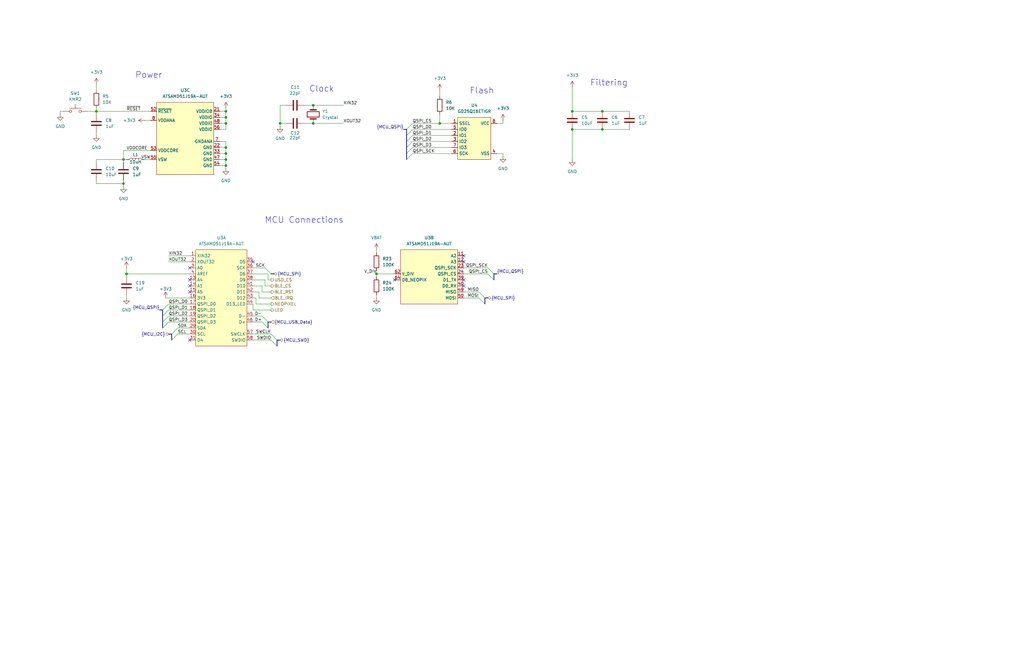
<source format=kicad_sch>
(kicad_sch (version 20231120) (generator "eeschema") (generator_version "8.0")
  (paper "B")
  (title_block (title "Christmas Ornament") (rev "0.1") (company "Ammar Ratnani <aratnani@stanford.edu>") (comment 1 "Stanford, CA 94305-9505") (comment 2 "350 Jane Stanford Way") (comment 3 "Electrical Engineering Department") (comment 4 "EE 156 / Stanford University"))
  (lib_symbols
    (symbol "ATSAMD51J19A-AUT_1"
      (property "Reference" "U" (at 0 20.574 0))
      (property "Value" "ATSAMD51J19A-AUT" (at 0 22.86 0))
      (symbol "ATSAMD51J19A-AUT_1_1_0"
        (pin bidirectional line (at -13.97 16.51 0) (length 2.54) (name "XIN32") (number "1"))
        (pin bidirectional line (at -13.97 6.35 0) (length 2.54) (name "A4") (number "13"))
        (pin bidirectional line (at -13.97 3.81 0) (length 2.54) (name "A1") (number "14"))
        (pin bidirectional line (at -13.97 1.27 0) (length 2.54) (name "A5") (number "15"))
        (pin input line (at -13.97 -1.27 0) (length 2.54) (name "3V3") (number "16"))
        (pin bidirectional line (at -13.97 -3.81 0) (length 2.54) (name "QSPI_D0") (number "17"))
        (pin bidirectional line (at -13.97 -6.35 0) (length 2.54) (name "QSPI_D1") (number "18"))
        (pin bidirectional line (at -13.97 -8.89 0) (length 2.54) (name "QSPI_D2") (number "19"))
        (pin bidirectional line (at -13.97 13.97 0) (length 2.54) (name "XOUT32") (number "2"))
        (pin bidirectional line (at -13.97 -11.43 0) (length 2.54) (name "QSPI_D3") (number "20"))
        (pin bidirectional line (at -13.97 -13.97 0) (length 2.54) (name "SDA") (number "29"))
        (pin bidirectional line (at -13.97 11.43 0) (length 2.54) (name "A0") (number "3"))
        (pin bidirectional line (at -13.97 -16.51 0) (length 2.54) (name "SCL") (number "30"))
        (pin bidirectional line (at -13.97 -19.05 0) (length 2.54) (name "D4") (number "31"))
        (pin bidirectional line (at 12.7 13.97 180) (length 2.54) (name "D5") (number "35"))
        (pin bidirectional line (at 12.7 11.43 180) (length 2.54) (name "SCK") (number "36"))
        (pin bidirectional line (at 12.7 8.89 180) (length 2.54) (name "D6") (number "37"))
        (pin bidirectional line (at 12.7 6.35 180) (length 2.54) (name "D9") (number "38"))
        (pin bidirectional line (at -13.97 8.89 0) (length 2.54) (name "AREF") (number "4"))
        (pin bidirectional line (at 12.7 3.81 180) (length 2.54) (name "D10") (number "41"))
        (pin bidirectional line (at 12.7 1.27 180) (length 2.54) (name "D11") (number "42"))
        (pin bidirectional line (at 12.7 -1.27 180) (length 2.54) (name "D12") (number "43"))
        (pin bidirectional line (at 12.7 -3.81 180) (length 2.54) (name "D13_LED") (number "44"))
        (pin bidirectional line (at 12.7 -8.89 180) (length 2.54) (name "D-") (number "45"))
        (pin bidirectional line (at 12.7 -11.43 180) (length 2.54) (name "D+") (number "46"))
        (pin bidirectional line (at 12.7 -16.51 180) (length 2.54) (name "SWCLK") (number "57"))
        (pin bidirectional line (at 12.7 -19.05 180) (length 2.54) (name "SWDIO") (number "58"))
      )
      (symbol "ATSAMD51J19A-AUT_1_1_1"
        (rectangle (start -11.43 19.05) (end 10.16 -21.59) (fill (type background)))
      )
      (symbol "ATSAMD51J19A-AUT_1_2_0"
        (pin bidirectional line (at 15.24 8.89 180) (length 2.54) (name "A2") (number "11"))
        (pin bidirectional line (at 15.24 6.35 180) (length 2.54) (name "A3") (number "12"))
        (pin bidirectional line (at 15.24 3.81 180) (length 2.54) (name "QSPI_SCK") (number "23"))
        (pin bidirectional line (at 15.24 1.27 180) (length 2.54) (name "QSPI_CS") (number "24"))
        (pin bidirectional line (at 15.24 -1.27 180) (length 2.54) (name "D1_TX") (number "39"))
        (pin bidirectional line (at 15.24 -3.81 180) (length 2.54) (name "D0_RX") (number "40"))
        (pin bidirectional line (at 15.24 -6.35 180) (length 2.54) (name "MISO") (number "49"))
        (pin bidirectional line (at 15.24 -8.89 180) (length 2.54) (name "MOSI") (number "50"))
        (pin bidirectional line (at -13.97 1.27 0) (length 2.54) (name "V_DIV") (number "62"))
        (pin bidirectional line (at -13.97 -1.27 0) (length 2.54) (name "D8_NEOPIX") (number "64"))
      )
      (symbol "ATSAMD51J19A-AUT_1_2_1"
        (rectangle (start -11.43 11.43) (end 12.7 -11.43) (fill (type background)))
      )
      (symbol "ATSAMD51J19A-AUT_1_3_0"
        (pin power_in line (at 13.97 10.16 180) (length 2.54) (name "VDDIOB") (number "21"))
        (pin power_in line (at 13.97 -5.08 180) (length 2.54) (name "GND") (number "22"))
        (pin power_in line (at 13.97 -7.62 180) (length 2.54) (name "GND") (number "33"))
        (pin power_in line (at 13.97 7.62 180) (length 2.54) (name "VDDIO") (number "34"))
        (pin power_in line (at 13.97 -10.16 180) (length 2.54) (name "GND") (number "47"))
        (pin power_in line (at 13.97 5.08 180) (length 2.54) (name "VDDIO") (number "48"))
        (pin bidirectional line (at -15.24 10.16 0) (length 2.54) (name "~{RESET}") (number "52"))
        (pin bidirectional line (at -15.24 -6.35 0) (length 2.54) (name "VDDCORE") (number "53"))
        (pin power_in line (at 13.97 -12.7 180) (length 2.54) (name "GND") (number "54"))
        (pin bidirectional line (at -15.24 -10.16 0) (length 2.54) (name "VSW") (number "55"))
        (pin power_in line (at 13.97 2.54 180) (length 2.54) (name "VDDIO") (number "56"))
        (pin power_in line (at 13.97 -2.54 180) (length 2.54) (name "GNDANA") (number "7"))
        (pin power_in line (at -15.24 6.35 0) (length 2.54) (name "VDDANA") (number "8"))
      )
      (symbol "ATSAMD51J19A-AUT_1_3_1"
        (rectangle (start -12.7 13.97) (end 11.43 -16.51) (fill (type background)))
      )
    )
    (symbol "ATSAMD51J19A-AUT_2"
      (property "Reference" "U" (at 0 20.574 0))
      (property "Value" "ATSAMD51J19A-AUT" (at 0 22.86 0))
      (symbol "ATSAMD51J19A-AUT_2_1_0"
        (pin bidirectional line (at -13.97 16.51 0) (length 2.54) (name "XIN32") (number "1"))
        (pin bidirectional line (at -13.97 6.35 0) (length 2.54) (name "A4") (number "13"))
        (pin bidirectional line (at -13.97 3.81 0) (length 2.54) (name "A1") (number "14"))
        (pin bidirectional line (at -13.97 1.27 0) (length 2.54) (name "A5") (number "15"))
        (pin input line (at -13.97 -1.27 0) (length 2.54) (name "3V3") (number "16"))
        (pin bidirectional line (at -13.97 -3.81 0) (length 2.54) (name "QSPI_D0") (number "17"))
        (pin bidirectional line (at -13.97 -6.35 0) (length 2.54) (name "QSPI_D1") (number "18"))
        (pin bidirectional line (at -13.97 -8.89 0) (length 2.54) (name "QSPI_D2") (number "19"))
        (pin bidirectional line (at -13.97 13.97 0) (length 2.54) (name "XOUT32") (number "2"))
        (pin bidirectional line (at -13.97 -11.43 0) (length 2.54) (name "QSPI_D3") (number "20"))
        (pin bidirectional line (at -13.97 -13.97 0) (length 2.54) (name "SDA") (number "29"))
        (pin bidirectional line (at -13.97 11.43 0) (length 2.54) (name "A0") (number "3"))
        (pin bidirectional line (at -13.97 -16.51 0) (length 2.54) (name "SCL") (number "30"))
        (pin bidirectional line (at -13.97 -19.05 0) (length 2.54) (name "D4") (number "31"))
        (pin bidirectional line (at 12.7 13.97 180) (length 2.54) (name "D5") (number "35"))
        (pin bidirectional line (at 12.7 11.43 180) (length 2.54) (name "SCK") (number "36"))
        (pin bidirectional line (at 12.7 8.89 180) (length 2.54) (name "D6") (number "37"))
        (pin bidirectional line (at 12.7 6.35 180) (length 2.54) (name "D9") (number "38"))
        (pin bidirectional line (at -13.97 8.89 0) (length 2.54) (name "AREF") (number "4"))
        (pin bidirectional line (at 12.7 3.81 180) (length 2.54) (name "D10") (number "41"))
        (pin bidirectional line (at 12.7 1.27 180) (length 2.54) (name "D11") (number "42"))
        (pin bidirectional line (at 12.7 -1.27 180) (length 2.54) (name "D12") (number "43"))
        (pin bidirectional line (at 12.7 -3.81 180) (length 2.54) (name "D13_LED") (number "44"))
        (pin bidirectional line (at 12.7 -8.89 180) (length 2.54) (name "D-") (number "45"))
        (pin bidirectional line (at 12.7 -11.43 180) (length 2.54) (name "D+") (number "46"))
        (pin bidirectional line (at 12.7 -16.51 180) (length 2.54) (name "SWCLK") (number "57"))
        (pin bidirectional line (at 12.7 -19.05 180) (length 2.54) (name "SWDIO") (number "58"))
      )
      (symbol "ATSAMD51J19A-AUT_2_1_1"
        (rectangle (start -11.43 19.05) (end 10.16 -21.59) (fill (type background)))
      )
      (symbol "ATSAMD51J19A-AUT_2_2_0"
        (pin bidirectional line (at 15.24 8.89 180) (length 2.54) (name "A2") (number "11"))
        (pin bidirectional line (at 15.24 6.35 180) (length 2.54) (name "A3") (number "12"))
        (pin bidirectional line (at 15.24 3.81 180) (length 2.54) (name "QSPI_SCK") (number "23"))
        (pin bidirectional line (at 15.24 1.27 180) (length 2.54) (name "QSPI_CS") (number "24"))
        (pin bidirectional line (at 15.24 -1.27 180) (length 2.54) (name "D1_TX") (number "39"))
        (pin bidirectional line (at 15.24 -3.81 180) (length 2.54) (name "D0_RX") (number "40"))
        (pin bidirectional line (at 15.24 -6.35 180) (length 2.54) (name "MISO") (number "49"))
        (pin bidirectional line (at 15.24 -8.89 180) (length 2.54) (name "MOSI") (number "50"))
        (pin bidirectional line (at -13.97 1.27 0) (length 2.54) (name "V_DIV") (number "62"))
        (pin bidirectional line (at -13.97 -1.27 0) (length 2.54) (name "D8_NEOPIX") (number "64"))
      )
      (symbol "ATSAMD51J19A-AUT_2_2_1"
        (rectangle (start -11.43 11.43) (end 12.7 -11.43) (fill (type background)))
      )
      (symbol "ATSAMD51J19A-AUT_2_3_0"
        (pin power_in line (at 13.97 10.16 180) (length 2.54) (name "VDDIOB") (number "21"))
        (pin power_in line (at 13.97 -5.08 180) (length 2.54) (name "GND") (number "22"))
        (pin power_in line (at 13.97 -7.62 180) (length 2.54) (name "GND") (number "33"))
        (pin power_in line (at 13.97 7.62 180) (length 2.54) (name "VDDIO") (number "34"))
        (pin power_in line (at 13.97 -10.16 180) (length 2.54) (name "GND") (number "47"))
        (pin power_in line (at 13.97 5.08 180) (length 2.54) (name "VDDIO") (number "48"))
        (pin bidirectional line (at -15.24 10.16 0) (length 2.54) (name "~{RESET}") (number "52"))
        (pin bidirectional line (at -15.24 -6.35 0) (length 2.54) (name "VDDCORE") (number "53"))
        (pin power_in line (at 13.97 -12.7 180) (length 2.54) (name "GND") (number "54"))
        (pin bidirectional line (at -15.24 -10.16 0) (length 2.54) (name "VSW") (number "55"))
        (pin power_in line (at 13.97 2.54 180) (length 2.54) (name "VDDIO") (number "56"))
        (pin power_in line (at 13.97 -2.54 180) (length 2.54) (name "GNDANA") (number "7"))
        (pin power_in line (at -15.24 6.35 0) (length 2.54) (name "VDDANA") (number "8"))
      )
      (symbol "ATSAMD51J19A-AUT_2_3_1"
        (rectangle (start -12.7 13.97) (end 11.43 -16.51) (fill (type background)))
      )
    )
    (symbol "Device:C" (pin_numbers hide) (pin_names (offset 0.254))
      (property "Reference" "C" (at 0.635 2.54 0))
      (property "Value" "C" (at 0.635 -2.54 0))
      (symbol "C_0_1"
        (polyline (pts (xy -2.032 -0.762) (xy 2.032 -0.762)) (stroke (width 0.508)))
        (polyline (pts (xy -2.032 0.762) (xy 2.032 0.762)) (stroke (width 0.508)))
      )
      (symbol "C_1_1"
        (pin passive line (at 0 3.81 270) (length 2.794) (name "~") (number "1"))
        (pin passive line (at 0 -3.81 90) (length 2.794) (name "~") (number "2"))
      )
    )
    (symbol "Device:Crystal" (pin_numbers hide) (pin_names (offset 1.016) hide)
      (property "Reference" "Y" (at 0 3.81 0))
      (property "Value" "Crystal" (at 0 -3.81 0))
      (symbol "Crystal_0_1"
        (rectangle (start -1.143 2.54) (end 1.143 -2.54) (stroke (width 0.3048)))
        (polyline (pts (xy -2.54 0) (xy -1.905 0)))
        (polyline (pts (xy -1.905 -1.27) (xy -1.905 1.27)) (stroke (width 0.508)))
        (polyline (pts (xy 1.905 -1.27) (xy 1.905 1.27)) (stroke (width 0.508)))
        (polyline (pts (xy 2.54 0) (xy 1.905 0)))
      )
      (symbol "Crystal_1_1"
        (pin passive line (at -3.81 0 0) (length 1.27) (name "1") (number "1"))
        (pin passive line (at 3.81 0 180) (length 1.27) (name "2") (number "2"))
      )
    )
    (symbol "Device:L" (pin_numbers hide) (pin_names (offset 1.016) hide)
      (property "Reference" "L" (at -1.27 0 90))
      (property "Value" "L" (at 1.905 0 90))
      (symbol "L_0_1"
        (arc (start 0 -2.54) (mid 0.6323 -1.905) (end 0 -1.27))
        (arc (start 0 -1.27) (mid 0.6323 -0.635) (end 0 0))
        (arc (start 0 0) (mid 0.6323 0.635) (end 0 1.27))
        (arc (start 0 1.27) (mid 0.6323 1.905) (end 0 2.54))
      )
      (symbol "L_1_1"
        (pin passive line (at 0 3.81 270) (length 1.27) (name "1") (number "1"))
        (pin passive line (at 0 -3.81 90) (length 1.27) (name "2") (number "2"))
      )
    )
    (symbol "Device:R" (pin_numbers hide) (pin_names (offset 0))
      (property "Reference" "R" (at 2.032 0 90))
      (property "Value" "R" (at 0 0 90))
      (symbol "R_0_1"
        (rectangle (start -1.016 -2.54) (end 1.016 2.54) (stroke (width 0.254)))
      )
      (symbol "R_1_1"
        (pin passive line (at 0 3.81 270) (length 1.27) (name "~") (number "1"))
        (pin passive line (at 0 -3.81 90) (length 1.27) (name "~") (number "2"))
      )
    )
    (symbol "Project_Symbols:ATSAMD51J19A-AUT"
      (property "Reference" "U" (at 0 20.574 0))
      (property "Value" "ATSAMD51J19A-AUT" (at 0 22.86 0))
      (symbol "ATSAMD51J19A-AUT_1_0"
        (pin bidirectional line (at -13.97 16.51 0) (length 2.54) (name "XIN32") (number "1"))
        (pin bidirectional line (at -13.97 6.35 0) (length 2.54) (name "A4") (number "13"))
        (pin bidirectional line (at -13.97 3.81 0) (length 2.54) (name "A1") (number "14"))
        (pin bidirectional line (at -13.97 1.27 0) (length 2.54) (name "A5") (number "15"))
        (pin input line (at -13.97 -1.27 0) (length 2.54) (name "3V3") (number "16"))
        (pin bidirectional line (at -13.97 -3.81 0) (length 2.54) (name "QSPI_D0") (number "17"))
        (pin bidirectional line (at -13.97 -6.35 0) (length 2.54) (name "QSPI_D1") (number "18"))
        (pin bidirectional line (at -13.97 -8.89 0) (length 2.54) (name "QSPI_D2") (number "19"))
        (pin bidirectional line (at -13.97 13.97 0) (length 2.54) (name "XOUT32") (number "2"))
        (pin bidirectional line (at -13.97 -11.43 0) (length 2.54) (name "QSPI_D3") (number "20"))
        (pin bidirectional line (at -13.97 -13.97 0) (length 2.54) (name "SDA") (number "29"))
        (pin bidirectional line (at -13.97 11.43 0) (length 2.54) (name "A0") (number "3"))
        (pin bidirectional line (at -13.97 -16.51 0) (length 2.54) (name "SCL") (number "30"))
        (pin bidirectional line (at -13.97 -19.05 0) (length 2.54) (name "D4") (number "31"))
        (pin bidirectional line (at 12.7 13.97 180) (length 2.54) (name "D5") (number "35"))
        (pin bidirectional line (at 12.7 11.43 180) (length 2.54) (name "SCK") (number "36"))
        (pin bidirectional line (at 12.7 8.89 180) (length 2.54) (name "D6") (number "37"))
        (pin bidirectional line (at 12.7 6.35 180) (length 2.54) (name "D9") (number "38"))
        (pin bidirectional line (at -13.97 8.89 0) (length 2.54) (name "AREF") (number "4"))
        (pin bidirectional line (at 12.7 3.81 180) (length 2.54) (name "D10") (number "41"))
        (pin bidirectional line (at 12.7 1.27 180) (length 2.54) (name "D11") (number "42"))
        (pin bidirectional line (at 12.7 -1.27 180) (length 2.54) (name "D12") (number "43"))
        (pin bidirectional line (at 12.7 -3.81 180) (length 2.54) (name "D13_LED") (number "44"))
        (pin bidirectional line (at 12.7 -8.89 180) (length 2.54) (name "D-") (number "45"))
        (pin bidirectional line (at 12.7 -11.43 180) (length 2.54) (name "D+") (number "46"))
        (pin bidirectional line (at 12.7 -16.51 180) (length 2.54) (name "SWCLK") (number "57"))
        (pin bidirectional line (at 12.7 -19.05 180) (length 2.54) (name "SWDIO") (number "58"))
      )
      (symbol "ATSAMD51J19A-AUT_1_1"
        (rectangle (start -11.43 19.05) (end 10.16 -21.59) (fill (type background)))
      )
      (symbol "ATSAMD51J19A-AUT_2_0"
        (pin bidirectional line (at 15.24 8.89 180) (length 2.54) (name "A2") (number "11"))
        (pin bidirectional line (at 15.24 6.35 180) (length 2.54) (name "A3") (number "12"))
        (pin bidirectional line (at 15.24 3.81 180) (length 2.54) (name "QSPI_SCK") (number "23"))
        (pin bidirectional line (at 15.24 1.27 180) (length 2.54) (name "QSPI_CS") (number "24"))
        (pin bidirectional line (at 15.24 -1.27 180) (length 2.54) (name "D1_TX") (number "39"))
        (pin bidirectional line (at 15.24 -3.81 180) (length 2.54) (name "D0_RX") (number "40"))
        (pin bidirectional line (at 15.24 -6.35 180) (length 2.54) (name "MISO") (number "49"))
        (pin bidirectional line (at 15.24 -8.89 180) (length 2.54) (name "MOSI") (number "50"))
        (pin bidirectional line (at -13.97 1.27 0) (length 2.54) (name "V_DIV") (number "62"))
        (pin bidirectional line (at -13.97 -1.27 0) (length 2.54) (name "D8_NEOPIX") (number "64"))
      )
      (symbol "ATSAMD51J19A-AUT_2_1"
        (rectangle (start -11.43 11.43) (end 12.7 -11.43) (fill (type background)))
      )
      (symbol "ATSAMD51J19A-AUT_3_0"
        (pin power_in line (at 13.97 10.16 180) (length 2.54) (name "VDDIOB") (number "21"))
        (pin power_in line (at 13.97 -5.08 180) (length 2.54) (name "GND") (number "22"))
        (pin power_in line (at 13.97 -7.62 180) (length 2.54) (name "GND") (number "33"))
        (pin power_in line (at 13.97 7.62 180) (length 2.54) (name "VDDIO") (number "34"))
        (pin power_in line (at 13.97 -10.16 180) (length 2.54) (name "GND") (number "47"))
        (pin power_in line (at 13.97 5.08 180) (length 2.54) (name "VDDIO") (number "48"))
        (pin bidirectional line (at -15.24 10.16 0) (length 2.54) (name "~{RESET}") (number "52"))
        (pin bidirectional line (at -15.24 -6.35 0) (length 2.54) (name "VDDCORE") (number "53"))
        (pin power_in line (at 13.97 -12.7 180) (length 2.54) (name "GND") (number "54"))
        (pin bidirectional line (at -15.24 -10.16 0) (length 2.54) (name "VSW") (number "55"))
        (pin power_in line (at 13.97 2.54 180) (length 2.54) (name "VDDIO") (number "56"))
        (pin power_in line (at 13.97 -2.54 180) (length 2.54) (name "GNDANA") (number "7"))
        (pin power_in line (at -15.24 6.35 0) (length 2.54) (name "VDDANA") (number "8"))
      )
      (symbol "ATSAMD51J19A-AUT_3_1"
        (rectangle (start -12.7 13.97) (end 11.43 -16.51) (fill (type background)))
      )
    )
    (symbol "Project_Symbols:GD25Q16ETIGR"
      (property "Reference" "U" (at 0 9.906 0))
      (property "Value" "GD25Q16ETIGR" (at 0 11.684 0))
      (symbol "GD25Q16ETIGR_0_0"
        (pin bidirectional line (at -8.89 6.35 0) (length 2.54) (name "SSEL") (number "1"))
        (pin bidirectional line (at -8.89 1.27 0) (length 2.54) (name "IO1") (number "2"))
        (pin bidirectional line (at -8.89 -1.27 0) (length 2.54) (name "IO2") (number "3"))
        (pin power_in line (at 10.16 -6.35 180) (length 2.54) (name "VSS") (number "4"))
        (pin bidirectional line (at -8.89 3.81 0) (length 2.54) (name "IO0") (number "5"))
        (pin bidirectional line (at -8.89 -6.35 0) (length 2.54) (name "SCK") (number "6"))
        (pin bidirectional line (at -8.89 -3.81 0) (length 2.54) (name "IO3") (number "7"))
        (pin power_in line (at 10.16 6.35 180) (length 2.54) (name "VCC") (number "8"))
      )
      (symbol "GD25Q16ETIGR_1_1"
        (rectangle (start -6.35 8.89) (end 7.62 -8.89) (fill (type background)))
      )
    )
    (symbol "Switch:SW_Push" (pin_numbers hide) (pin_names (offset 1.016) hide)
      (property "Reference" "SW" (at 1.27 2.54 0))
      (property "Value" "SW_Push" (at 0 -1.524 0))
      (symbol "SW_Push_0_1"
        (circle (center -2.032 0) (radius 0.508))
        (polyline (pts (xy 0 1.27) (xy 0 3.048)))
        (polyline (pts (xy 2.54 1.27) (xy -2.54 1.27)))
        (circle (center 2.032 0) (radius 0.508))
        (pin passive line (at -5.08 0 0) (length 2.54) (name "1") (number "1"))
        (pin passive line (at 5.08 0 180) (length 2.54) (name "2") (number "2"))
      )
    )
    (symbol "power:+3V3" (power) (pin_numbers hide) (pin_names (offset 0) hide)
      (property "Value" "+3V3" (at 0 3.556 0))
      (symbol "+3V3_0_1"
        (polyline (pts (xy -0.762 1.27) (xy 0 2.54)))
        (polyline (pts (xy 0 0) (xy 0 2.54)))
        (polyline (pts (xy 0 2.54) (xy 0.762 1.27)))
      )
      (symbol "+3V3_1_1"
        (pin power_in line (at 0 0 90) (length 0) (name "~") (number "1"))
      )
    )
    (symbol "power:+BATT" (power) (pin_numbers hide) (pin_names (offset 0) hide)
      (property "Value" "+BATT" (at 0 3.556 0))
      (symbol "+BATT_0_1"
        (polyline (pts (xy -0.762 1.27) (xy 0 2.54)))
        (polyline (pts (xy 0 0) (xy 0 2.54)))
        (polyline (pts (xy 0 2.54) (xy 0.762 1.27)))
      )
      (symbol "+BATT_1_1"
        (pin power_in line (at 0 0 90) (length 0) (name "~") (number "1"))
      )
    )
    (symbol "power:GND" (power) (pin_numbers hide) (pin_names (offset 0) hide)
      (property "Value" "GND" (at 0 -3.81 0))
      (symbol "GND_0_1"
        (polyline (pts (xy 0 0) (xy 0 -1.27) (xy 1.27 -1.27) (xy 0 -2.54) (xy -1.27 -1.27) (xy 0 -1.27)))
      )
      (symbol "GND_1_1"
        (pin power_in line (at 0 0 270) (length 0) (name "~") (number "1"))
      )
    )
  )
  (bus_alias "MCU_I2C" (members "SCL" "SDA"))
  (bus_alias "MCU_QSPI" (members "QSPI_D0" "QSPI_D1" "QSPI_D2" "QSPI_D3" "QSPI_SCK" "QSPI_CS"))
  (bus_alias "MCU_SPI" (members "MISO" "MOSI" "SCK"))
  (bus_alias "MCU_SWD" (members "SWCLK" "SWDIO"))
  (bus_alias "MCU_USB_Data" (members "D+" "D-"))
  (junction (at 241.3 54.61))
  (junction (at 95.25 64.77))
  (junction (at 95.25 67.31))
  (junction (at 185.42 52.07))
  (junction (at 118.11 52.07))
  (junction (at 95.25 69.85))
  (junction (at 95.25 62.23))
  (junction (at 158.75 115.57))
  (junction (at 132.08 44.45))
  (junction (at 254 46.99))
  (junction (at 95.25 52.07))
  (junction (at 132.08 52.07))
  (junction (at 53.34 115.57))
  (junction (at 241.3 46.99))
  (junction (at 40.64 46.99))
  (junction (at 254 54.61))
  (junction (at 95.25 49.53))
  (junction (at 52.07 77.47))
  (junction (at 95.25 46.99))
  (junction (at 52.07 67.31))
  (no_connect (at 195.58 118.11))
  (no_connect (at 106.68 110.49))
  (no_connect (at 195.58 120.65))
  (no_connect (at 80.01 123.19))
  (no_connect (at 166.37 118.11))
  (no_connect (at 80.01 113.03))
  (no_connect (at 80.01 118.11))
  (no_connect (at 195.58 110.49))
  (no_connect (at 80.01 120.65))
  (no_connect (at 195.58 107.95))
  (no_connect (at 80.01 143.51))
  (bus_entry (at 114.3 143.51) (size 2.54 2.54))
  (bus_entry (at 201.93 123.19) (size 2.54 2.54))
  (bus_entry (at 173.99 64.77) (size -2.54 2.54))
  (bus_entry (at 173.99 59.69) (size -2.54 2.54))
  (bus_entry (at 74.93 138.43) (size -2.54 2.54))
  (bus_entry (at 114.3 140.97) (size 2.54 2.54))
  (bus_entry (at 173.99 57.15) (size -2.54 2.54))
  (bus_entry (at 173.99 62.23) (size -2.54 2.54))
  (bus_entry (at 111.76 113.03) (size 2.54 2.54))
  (bus_entry (at 110.49 133.35) (size 2.54 2.54))
  (bus_entry (at 173.99 52.07) (size -2.54 2.54))
  (bus_entry (at 110.49 135.89) (size 2.54 2.54))
  (bus_entry (at 173.99 54.61) (size -2.54 2.54))
  (bus_entry (at 71.12 128.27) (size -2.54 2.54))
  (bus_entry (at 71.12 133.35) (size -2.54 2.54))
  (bus_entry (at 71.12 130.81) (size -2.54 2.54))
  (bus_entry (at 71.12 135.89) (size -2.54 2.54))
  (bus_entry (at 74.93 140.97) (size -2.54 2.54))
  (bus_entry (at 205.74 115.57) (size 2.54 2.54))
  (bus_entry (at 205.74 113.03) (size 2.54 2.54))
  (bus_entry (at 201.93 125.73) (size 2.54 2.54))
  (wire (pts (xy 71.12 110.49) (xy 80.01 110.49)))
  (wire (pts (xy 92.71 69.85) (xy 95.25 69.85)))
  (wire (pts (xy 158.75 115.57) (xy 158.75 114.3)))
  (bus (pts (xy 72.39 140.97) (xy 72.39 143.51)))
  (bus (pts (xy 170.18 54.61) (xy 171.45 54.61)))
  (wire (pts (xy 95.25 54.61) (xy 92.71 54.61)))
  (wire (pts (xy 95.25 52.07) (xy 95.25 54.61)))
  (wire (pts (xy 60.96 67.31) (xy 63.5 67.31)))
  (wire (pts (xy 52.07 78.74) (xy 52.07 77.47)))
  (bus (pts (xy 113.03 135.89) (xy 113.03 138.43)))
  (wire (pts (xy 71.12 133.35) (xy 80.01 133.35)))
  (wire (pts (xy 52.07 77.47) (xy 52.07 76.2)))
  (wire (pts (xy 111.76 118.11) (xy 111.76 120.65)))
  (wire (pts (xy 195.58 115.57) (xy 205.74 115.57)))
  (wire (pts (xy 106.68 135.89) (xy 110.49 135.89)))
  (wire (pts (xy 209.55 52.07) (xy 212.09 52.07)))
  (bus (pts (xy 171.45 62.23) (xy 171.45 64.77)))
  (wire (pts (xy 173.99 52.07) (xy 185.42 52.07)))
  (wire (pts (xy 40.64 46.99) (xy 40.64 45.72)))
  (wire (pts (xy 113.03 118.11) (xy 114.3 118.11)))
  (wire (pts (xy 92.71 46.99) (xy 95.25 46.99)))
  (wire (pts (xy 92.71 59.69) (xy 95.25 59.69)))
  (bus (pts (xy 114.3 115.57) (xy 115.57 115.57)))
  (wire (pts (xy 173.99 62.23) (xy 190.5 62.23)))
  (wire (pts (xy 95.25 62.23) (xy 95.25 64.77)))
  (wire (pts (xy 241.3 46.99) (xy 254 46.99)))
  (wire (pts (xy 53.34 67.31) (xy 52.07 67.31)))
  (wire (pts (xy 212.09 64.77) (xy 212.09 66.04)))
  (wire (pts (xy 40.64 68.58) (xy 40.64 67.31)))
  (wire (pts (xy 95.25 64.77) (xy 95.25 67.31)))
  (bus (pts (xy 71.12 140.97) (xy 72.39 140.97)))
  (wire (pts (xy 173.99 57.15) (xy 190.5 57.15)))
  (bus (pts (xy 118.11 143.51) (xy 116.84 143.51)))
  (wire (pts (xy 109.22 125.73) (xy 114.3 125.73)))
  (wire (pts (xy 95.25 69.85) (xy 95.25 71.12)))
  (wire (pts (xy 53.34 115.57) (xy 80.01 115.57)))
  (wire (pts (xy 92.71 49.53) (xy 95.25 49.53)))
  (wire (pts (xy 173.99 59.69) (xy 190.5 59.69)))
  (wire (pts (xy 118.11 52.07) (xy 118.11 53.34)))
  (bus (pts (xy 208.28 115.57) (xy 208.28 118.11)))
  (wire (pts (xy 106.68 140.97) (xy 114.3 140.97)))
  (bus (pts (xy 67.31 130.81) (xy 68.58 130.81)))
  (wire (pts (xy 106.68 143.51) (xy 114.3 143.51)))
  (wire (pts (xy 195.58 125.73) (xy 201.93 125.73)))
  (wire (pts (xy 241.3 54.61) (xy 241.3 67.31)))
  (wire (pts (xy 107.95 128.27) (xy 114.3 128.27)))
  (wire (pts (xy 241.3 54.61) (xy 254 54.61)))
  (wire (pts (xy 71.12 135.89) (xy 80.01 135.89)))
  (wire (pts (xy 63.5 46.99) (xy 40.64 46.99)))
  (wire (pts (xy 110.49 120.65) (xy 110.49 123.19)))
  (wire (pts (xy 113.03 115.57) (xy 113.03 118.11)))
  (wire (pts (xy 195.58 123.19) (xy 201.93 123.19)))
  (wire (pts (xy 71.12 128.27) (xy 80.01 128.27)))
  (wire (pts (xy 95.25 46.99) (xy 95.25 49.53)))
  (bus (pts (xy 171.45 57.15) (xy 171.45 59.69)))
  (wire (pts (xy 106.68 118.11) (xy 111.76 118.11)))
  (wire (pts (xy 53.34 116.84) (xy 53.34 115.57)))
  (wire (pts (xy 106.68 115.57) (xy 113.03 115.57)))
  (wire (pts (xy 40.64 67.31) (xy 52.07 67.31)))
  (wire (pts (xy 52.07 63.5) (xy 63.5 63.5)))
  (wire (pts (xy 106.68 120.65) (xy 110.49 120.65)))
  (bus (pts (xy 171.45 54.61) (xy 171.45 57.15)))
  (wire (pts (xy 120.65 44.45) (xy 118.11 44.45)))
  (wire (pts (xy 53.34 124.46) (xy 53.34 125.73)))
  (wire (pts (xy 212.09 52.07) (xy 212.09 50.8)))
  (wire (pts (xy 109.22 123.19) (xy 109.22 125.73)))
  (bus (pts (xy 68.58 135.89) (xy 68.58 138.43)))
  (wire (pts (xy 111.76 120.65) (xy 114.3 120.65)))
  (wire (pts (xy 173.99 54.61) (xy 190.5 54.61)))
  (wire (pts (xy 52.07 63.5) (xy 52.07 67.31)))
  (wire (pts (xy 92.71 52.07) (xy 95.25 52.07)))
  (wire (pts (xy 40.64 46.99) (xy 40.64 48.26)))
  (wire (pts (xy 74.93 140.97) (xy 80.01 140.97)))
  (wire (pts (xy 106.68 113.03) (xy 111.76 113.03)))
  (wire (pts (xy 128.27 44.45) (xy 132.08 44.45)))
  (wire (pts (xy 166.37 115.57) (xy 158.75 115.57)))
  (bus (pts (xy 204.47 125.73) (xy 204.47 128.27)))
  (wire (pts (xy 106.68 128.27) (xy 106.68 130.81)))
  (wire (pts (xy 71.12 107.95) (xy 80.01 107.95)))
  (wire (pts (xy 120.65 52.07) (xy 118.11 52.07)))
  (wire (pts (xy 36.83 46.99) (xy 40.64 46.99)))
  (wire (pts (xy 209.55 64.77) (xy 212.09 64.77)))
  (wire (pts (xy 106.68 130.81) (xy 114.3 130.81)))
  (wire (pts (xy 128.27 52.07) (xy 132.08 52.07)))
  (wire (pts (xy 106.68 133.35) (xy 110.49 133.35)))
  (bus (pts (xy 171.45 59.69) (xy 171.45 62.23)))
  (wire (pts (xy 92.71 67.31) (xy 95.25 67.31)))
  (wire (pts (xy 173.99 64.77) (xy 190.5 64.77)))
  (bus (pts (xy 68.58 133.35) (xy 68.58 135.89)))
  (wire (pts (xy 95.25 59.69) (xy 95.25 62.23)))
  (wire (pts (xy 158.75 105.41) (xy 158.75 106.68)))
  (bus (pts (xy 68.58 130.81) (xy 68.58 133.35)))
  (wire (pts (xy 241.3 36.83) (xy 241.3 46.99)))
  (wire (pts (xy 40.64 77.47) (xy 52.07 77.47)))
  (wire (pts (xy 40.64 35.56) (xy 40.64 38.1)))
  (wire (pts (xy 110.49 123.19) (xy 114.3 123.19)))
  (wire (pts (xy 95.25 67.31) (xy 95.25 69.85)))
  (wire (pts (xy 158.75 115.57) (xy 158.75 116.84)))
  (bus (pts (xy 171.45 64.77) (xy 171.45 67.31)))
  (wire (pts (xy 71.12 130.81) (xy 80.01 130.81)))
  (wire (pts (xy 40.64 76.2) (xy 40.64 77.47)))
  (wire (pts (xy 185.42 52.07) (xy 190.5 52.07)))
  (wire (pts (xy 185.42 48.26) (xy 185.42 52.07)))
  (wire (pts (xy 106.68 125.73) (xy 107.95 125.73)))
  (wire (pts (xy 25.4 46.99) (xy 25.4 48.26)))
  (wire (pts (xy 95.25 49.53) (xy 95.25 52.07)))
  (wire (pts (xy 92.71 64.77) (xy 95.25 64.77)))
  (wire (pts (xy 254 54.61) (xy 265.43 54.61)))
  (wire (pts (xy 52.07 67.31) (xy 52.07 68.58)))
  (wire (pts (xy 107.95 125.73) (xy 107.95 128.27)))
  (bus (pts (xy 204.47 125.73) (xy 205.74 125.73)))
  (wire (pts (xy 205.74 113.03) (xy 195.58 113.03)))
  (wire (pts (xy 80.01 125.73) (xy 69.85 125.73)))
  (wire (pts (xy 118.11 44.45) (xy 118.11 52.07)))
  (wire (pts (xy 74.93 138.43) (xy 80.01 138.43)))
  (wire (pts (xy 53.34 113.03) (xy 53.34 115.57)))
  (wire (pts (xy 40.64 55.88) (xy 40.64 57.15)))
  (bus (pts (xy 209.55 115.57) (xy 208.28 115.57)))
  (wire (pts (xy 185.42 38.1) (xy 185.42 40.64)))
  (wire (pts (xy 92.71 62.23) (xy 95.25 62.23)))
  (wire (pts (xy 254 46.99) (xy 265.43 46.99)))
  (wire (pts (xy 60.96 50.8) (xy 63.5 50.8)))
  (bus (pts (xy 116.84 143.51) (xy 116.84 146.05)))
  (wire (pts (xy 95.25 45.72) (xy 95.25 46.99)))
  (wire (pts (xy 26.67 46.99) (xy 25.4 46.99)))
  (wire (pts (xy 106.68 123.19) (xy 109.22 123.19)))
  (bus (pts (xy 114.3 135.89) (xy 113.03 135.89)))
  (wire (pts (xy 158.75 124.46) (xy 158.75 125.73)))
  (wire (pts (xy 132.08 52.07) (xy 144.78 52.07)))
  (wire (pts (xy 132.08 44.45) (xy 144.78 44.45)))
  (text "Power" (at 62.738 31.75 0) (effects (font (size 2.54 2.54))))
  (text "Filtering" (at 256.794 35.052 0) (effects (font (size 2.54 2.54))))
  (text "Clock" (at 135.636 37.592 0) (effects (font (size 2.54 2.54))))
  (text "MCU Connections" (at 128.27 92.964 0) (effects (font (size 2.54 2.54))))
  (text "Flash" (at 203.2 38.354 0) (effects (font (size 2.54 2.54))))
  (label "V_DIV" (at 158.75 115.57 180))
  (label "VSW" (at 63.5 67.31 180))
  (label "SCK" (at 111.76 113.03 180))
  (label "QSPI_D2" (at 71.12 133.35 0))
  (label "SDA" (at 74.93 138.43 0))
  (label "XIN32" (at 144.78 44.45 0))
  (label "MISO" (at 201.93 123.19 180))
  (label "QSPI_D1" (at 71.12 130.81 0))
  (label "VDDCORE" (at 53.34 63.5 0))
  (label "MOSI" (at 201.93 125.73 180))
  (label "{MCU_QSPI}" (at 170.18 54.61 180))
  (label "QSPI_SCK" (at 205.74 113.03 180))
  (label "{MCU_QSPI}" (at 67.31 130.81 180))
  (label "SWCLK" (at 114.3 140.97 180))
  (label "QSPI_D2" (at 173.99 59.69 0))
  (label "{MCU_QSPI}" (at 209.55 115.57 0))
  (label "QSPI_CS" (at 173.99 52.07 0))
  (label "QSPI_CS" (at 205.74 115.57 180))
  (label "XOUT32" (at 71.12 110.49 0))
  (label "D-" (at 110.49 133.35 180))
  (label "QSPI_D1" (at 173.99 57.15 0))
  (label "XIN32" (at 71.12 107.95 0))
  (label "SCL" (at 74.93 140.97 0))
  (label "XOUT32" (at 144.78 52.07 0))
  (label "D+" (at 110.49 135.89 180))
  (label "QSPI_D3" (at 173.99 62.23 0))
  (label "QSPI_SCK" (at 173.99 64.77 0))
  (label "QSPI_D3" (at 71.12 135.89 0))
  (label "~{RESET}" (at 53.34 46.99 0))
  (label "SWDIO" (at 114.3 143.51 180))
  (label "QSPI_D0" (at 173.99 54.61 0))
  (label "QSPI_D0" (at 71.12 128.27 0))
  (hierarchical_label "BLE_CS" (shape output) (at 114.3 120.65 0))
  (hierarchical_label "{MCU_SPI}" (shape bidirectional) (at 115.57 115.57 0))
  (hierarchical_label "USD_CS" (shape output) (at 114.3 118.11 0))
  (hierarchical_label "{MCU_SWD}" (shape bidirectional) (at 118.11 143.51 0))
  (hierarchical_label "NEOPIXEL" (shape output) (at 114.3 128.27 0))
  (hierarchical_label "{MCU_I2C}" (shape bidirectional) (at 71.12 140.97 180))
  (hierarchical_label "BLE_RST" (shape output) (at 114.3 123.19 0))
  (hierarchical_label "{MCU_SPI}" (shape bidirectional) (at 205.74 125.73 0))
  (hierarchical_label "LED" (shape output) (at 114.3 130.81 0))
  (hierarchical_label "BLE_IRQ" (shape input) (at 114.3 125.73 0))
  (hierarchical_label "{MCU_USB_Data}" (shape input) (at 114.3 135.89 0))
  (symbol (lib_id "Device:R") (at 158.75 110.49 0) (unit 1)
    (property "Reference" "R23" (at 161.29 109.2199 0) (effects (justify left)))
    (property "Value" "100K" (at 161.29 111.7599 0) (effects (justify left)))
    (property "Footprint" "Resistor_SMD:R_0603_1608Metric_Pad0.98x0.95mm_HandSolder" (effects (hide yes)))
    (property "Datasheet" "https://www.seielect.com/catalog/sei-rmcf_rmcp.pdf" (effects (hide yes)))
    (property "Description" "100K Resistor" (effects (hide yes)))
    (property "Mfr" "Stackpole Electronics Inc" (effects (hide yes)))
    (property "Mfr P/N" "RMCF0603FT100K" (effects (hide yes)))
    (property "Supplier 1" "DigiKey" (effects (hide yes)))
    (property "Supplier 1 P/N" "RMCF0603FT100KCT-ND" (effects (hide yes)))
    (property "Supplier 1 Unit Price" "0.10" (effects (hide yes)))
    (property "Supplier 1 Price @ Qty" "0.015" (effects (hide yes)))
  )
  (symbol (lib_name "ATSAMD51J19A-AUT_1") (lib_id "Project_Symbols:ATSAMD51J19A-AUT") (at 78.74 57.15 0) (unit 3)
    (property "Reference" "U3" (at 78.105 38.1 0))
    (property "Value" "ATSAMD51J19A-AUT" (at 78.105 40.64 0))
    (property "Footprint" "Package_QFP:TQFP-64_10x10mm_P0.5mm" (effects (hide yes)))
    (property "Datasheet" "https://ww1.microchip.com/downloads/en/DeviceDoc/SAM_D5x_E5x_Family_Data_Sheet_DS60001507G.pdf" (effects (hide yes)))
    (property "Description" "ATSAMD51 MCU" (effects (hide yes)))
    (property "Mfr" "Microchip Technology" (effects (hide yes)))
    (property "Mfr P/N" "ATSAMD51J19A-AUT" (effects (hide yes)))
    (property "Supplier 1" "DigiKey" (effects (hide yes)))
    (property "Supplier 1 P/N" "ATSAMD51J19A-AUTCT-ND" (effects (hide yes)))
    (property "Supplier 1 Unit Price" "5.68" (effects (hide yes)))
    (property "Supplier 1 Price @ Qty" "5.20" (effects (hide yes)))
  )
  (symbol (lib_id "Project_Symbols:ATSAMD51J19A-AUT") (at 180.34 116.84 0) (unit 2)
    (property "Reference" "U3" (at 180.975 100.33 0))
    (property "Value" "ATSAMD51J19A-AUT" (at 180.975 102.87 0))
    (property "Footprint" "Package_QFP:TQFP-64_10x10mm_P0.5mm" (effects (hide yes)))
    (property "Datasheet" "https://ww1.microchip.com/downloads/en/DeviceDoc/SAM_D5x_E5x_Family_Data_Sheet_DS60001507G.pdf" (effects (hide yes)))
    (property "Description" "ATSAMD51 MCU" (effects (hide yes)))
    (property "Mfr" "Microchip Technology" (effects (hide yes)))
    (property "Mfr P/N" "ATSAMD51J19A-AUT" (effects (hide yes)))
    (property "Supplier 1" "DigiKey" (effects (hide yes)))
    (property "Supplier 1 P/N" "ATSAMD51J19A-AUTCT-ND" (effects (hide yes)))
    (property "Supplier 1 Unit Price" "5.68" (effects (hide yes)))
    (property "Supplier 1 Price @ Qty" "5.20" (effects (hide yes)))
  )
  (symbol (lib_id "Device:C") (at 265.43 50.8 0) (unit 1)
    (property "Reference" "C7" (at 269.24 49.5299 0) (effects (justify left)))
    (property "Value" "1uF" (at 269.24 52.0699 0) (effects (justify left)))
    (property "Footprint" "Capacitor_SMD:C_0603_1608Metric_Pad1.08x0.95mm_HandSolder" (effects (hide yes)))
    (property "Datasheet" "https://www.yageo.com/upload/media/product/productsearch/datasheet/mlcc/UPY-GPHC_X7R_6.3V-to-250V_24.pdf" (effects (hide yes)))
    (property "Description" "1uF Decoupling Capacitor" (effects (hide yes)))
    (property "Mfr" "YAGEO" (effects (hide yes)))
    (property "Mfr P/N" "CC0603KRX7R7BB105" (effects (hide yes)))
    (property "Supplier 1" "DigiKey" (effects (hide yes)))
    (property "Supplier 1 P/N" "311-1446-1-ND" (effects (hide yes)))
    (property "Supplier 1 Unit Price" "0.13" (effects (hide yes)))
    (property "Supplier 1 Price @ Qty" "0.071" (effects (hide yes)))
  )
  (symbol (lib_id "Device:C") (at 241.3 50.8 0) (unit 1)
    (property "Reference" "C5" (at 245.11 49.5299 0) (effects (justify left)))
    (property "Value" "10uF" (at 245.11 52.0699 0) (effects (justify left)))
    (property "Footprint" "Capacitor_SMD:C_0805_2012Metric_Pad1.18x1.45mm_HandSolder" (effects (hide yes)))
    (property "Datasheet" "https://mm.digikey.com/Volume0/opasdata/d220001/medias/docus/609/CL21A106KOQNNNE_Spec.pdf" (effects (hide yes)))
    (property "Description" "10uF Decoupling Capacitor" (effects (hide yes)))
    (property "Mfr" "Samsung Electro-Mechanics" (effects (hide yes)))
    (property "Mfr P/N" "CL21A106KOQNNNE" (effects (hide yes)))
    (property "Supplier 1" "DigiKey" (effects (hide yes)))
    (property "Supplier 1 P/N" "1276-1096-1-ND" (effects (hide yes)))
    (property "Supplier 1 Unit Price" "0.10" (effects (hide yes)))
    (property "Supplier 1 Price @ Qty" "0.051" (effects (hide yes)))
  )
  (symbol (lib_id "power:+BATT") (at 158.75 105.41 0) (unit 1)
    (property "Reference" "#PWR067" (effects (hide yes)))
    (property "Value" "VBAT" (at 158.75 100.33 0))
    (property "Description" "Power symbol creates a global label with name \"VBATT\"" (effects (hide yes)))
  )
  (symbol (lib_id "Device:C") (at 124.46 44.45 270) (unit 1)
    (property "Reference" "C11" (at 124.46 36.83 90))
    (property "Value" "22pF" (at 124.46 39.37 90))
    (property "Footprint" "Capacitor_SMD:C_0603_1608Metric_Pad1.08x0.95mm_HandSolder" (effects (hide yes)))
    (property "Datasheet" "https://content.kemet.com/datasheets/KEM_C1003_C0G_SMD.pdf" (effects (hide yes)))
    (property "Description" "Oscillator Capacitor" (effects (hide yes)))
    (property "Mfr" "KEMET" (effects (hide yes)))
    (property "Mfr P/N" "C0603C220K4GAC7867" (effects (hide yes)))
    (property "Supplier 1" "DigiKey" (effects (hide yes)))
    (property "Supplier 1 P/N" "399-C0603C220K4GAC7867CT-ND" (effects (hide yes)))
    (property "Supplier 1 Unit Price" "0.10" (effects (hide yes)))
    (property "Supplier 1 Price @ Qty" "0.045" (effects (hide yes)))
  )
  (symbol (lib_id "Device:Crystal") (at 132.08 48.26 90) (unit 1)
    (property "Reference" "Y1" (at 135.89 46.9899 90) (effects (justify right)))
    (property "Value" "Crystal" (at 135.89 49.5299 90) (effects (justify right)))
    (property "Footprint" "Project_Footprints:XTAL3215" (effects (hide yes)))
    (property "Datasheet" "https://www.ndk.com/images/products/catalog/c_NX3215SE_e.pdf" (effects (hide yes)))
    (property "Description" "Watch Crystal" (effects (hide yes)))
    (property "Mfr" "NDK America, Inc." (effects (hide yes)))
    (property "Mfr P/N" "STDMUA17-32.768K" (effects (hide yes)))
    (property "Supplier 1" "DigiKey" (effects (hide yes)))
    (property "Supplier 1 P/N" "644-STDMUA17-32.768KCT-ND" (effects (hide yes)))
    (property "Supplier 1 Unit Price" "1.02" (effects (hide yes)))
    (property "Supplier 1 Price @ Qty" "0.882" (effects (hide yes)))
  )
  (symbol (lib_id "power:GND") (at 158.75 125.73 0) (unit 1)
    (property "Reference" "#PWR046" (effects (hide yes)))
    (property "Value" "GND" (at 158.75 130.81 0))
    (property "Description" "Power symbol creates a global label with name \"GND\" , ground" (effects (hide yes)))
  )
  (symbol (lib_id "power:+3V3") (at 40.64 35.56 0) (unit 1)
    (property "Reference" "#PWR024" (effects (hide yes)))
    (property "Value" "+3V3" (at 40.64 30.48 0))
    (property "Description" "Power symbol creates a global label with name \"+3V3\"" (effects (hide yes)))
  )
  (symbol (lib_id "power:+3V3") (at 241.3 36.83 0) (unit 1)
    (property "Reference" "#PWR019" (effects (hide yes)))
    (property "Value" "+3V3" (at 241.3 31.75 0))
    (property "Description" "Power symbol creates a global label with name \"+3V3\"" (effects (hide yes)))
  )
  (symbol (lib_id "power:GND") (at 52.07 78.74 0) (unit 1)
    (property "Reference" "#PWR027" (effects (hide yes)))
    (property "Value" "GND" (at 52.07 83.82 0))
    (property "Description" "Power symbol creates a global label with name \"GND\" , ground" (effects (hide yes)))
  )
  (symbol (lib_id "Project_Symbols:GD25Q16ETIGR") (at 199.39 58.42 0) (unit 1)
    (property "Reference" "U4" (at 200.025 44.45 0))
    (property "Value" "GD25Q16ETIGR" (at 200.025 46.99 0))
    (property "Footprint" "Package_SO:SOIC-8_3.9x4.9mm_P1.27mm" (effects (hide yes)))
    (property "Datasheet" "https://www.gigadevice.com.cn/Public/Uploads/uploadfile/files/20220714/DS-00473-GD25Q16E-Rev1.2.pdf" (effects (hide yes)))
    (property "Description" "2MiB Flash" (effects (hide yes)))
    (property "Mfr" "GigaDevice Semiconductor (HK) Limited" (effects (hide yes)))
    (property "Mfr P/N" "GD25Q16ETIGR" (effects (hide yes)))
    (property "Supplier 1" "DigiKey" (effects (hide yes)))
    (property "Supplier 1 P/N" "1970-GD25Q16ETIGRCT-ND" (effects (hide yes)))
    (property "Supplier 1 Unit Price" "0.78" (effects (hide yes)))
    (property "Supplier 1 Price @ Qty" "0.689" (effects (hide yes)))
  )
  (symbol (lib_id "Device:C") (at 124.46 52.07 270) (unit 1)
    (property "Reference" "C12" (at 124.46 56.134 90))
    (property "Value" "22pF" (at 124.46 58.166 90))
    (property "Footprint" "Capacitor_SMD:C_0603_1608Metric_Pad1.08x0.95mm_HandSolder" (effects (hide yes)))
    (property "Datasheet" "https://content.kemet.com/datasheets/KEM_C1003_C0G_SMD.pdf" (effects (hide yes)))
    (property "Description" "Oscillator Capacitor" (effects (hide yes)))
    (property "Mfr" "KEMET" (effects (hide yes)))
    (property "Mfr P/N" "C0603C220K4GAC7867" (effects (hide yes)))
    (property "Supplier 1" "DigiKey" (effects (hide yes)))
    (property "Supplier 1 P/N" "399-C0603C220K4GAC7867CT-ND" (effects (hide yes)))
    (property "Supplier 1 Unit Price" "0.10" (effects (hide yes)))
    (property "Supplier 1 Price @ Qty" "0.045" (effects (hide yes)))
  )
  (symbol (lib_id "power:GND") (at 95.25 71.12 0) (unit 1)
    (property "Reference" "#PWR022" (effects (hide yes)))
    (property "Value" "GND" (at 95.25 76.2 0))
    (property "Description" "Power symbol creates a global label with name \"GND\" , ground" (effects (hide yes)))
  )
  (symbol (lib_id "Switch:SW_Push") (at 31.75 46.99 0) (unit 1)
    (property "Reference" "SW1" (at 31.75 39.37 0))
    (property "Value" "KMR2" (at 31.75 41.91 0))
    (property "Footprint" "Button_Switch_SMD:SW_Push_1P1T_NO_CK_KMR2" (effects (hide yes)))
    (property "Datasheet" "https://www.ckswitches.com/media/1479/kmr2.pdf" (effects (hide yes)))
    (property "Description" "Reset Button" (effects (hide yes)))
    (property "Mfr" "C&K" (effects (hide yes)))
    (property "Mfr P/N" "KMR241NG ULC LFS" (effects (hide yes)))
    (property "Supplier 1" "DigiKey" (effects (hide yes)))
    (property "Supplier 1 P/N" "CKN10285CT-ND" (effects (hide yes)))
    (property "Supplier 1 Unit Price" "1.06" (effects (hide yes)))
    (property "Supplier 1 Price @ Qty" "0.862" (effects (hide yes)))
  )
  (symbol (lib_id "Device:R") (at 158.75 120.65 0) (unit 1)
    (property "Reference" "R24" (at 161.29 119.3799 0) (effects (justify left)))
    (property "Value" "100K" (at 161.29 121.9199 0) (effects (justify left)))
    (property "Footprint" "Resistor_SMD:R_0603_1608Metric_Pad0.98x0.95mm_HandSolder" (effects (hide yes)))
    (property "Datasheet" "https://www.seielect.com/catalog/sei-rmcf_rmcp.pdf" (effects (hide yes)))
    (property "Description" "100K Resistor" (effects (hide yes)))
    (property "Mfr" "Stackpole Electronics Inc" (effects (hide yes)))
    (property "Mfr P/N" "RMCF0603FT100K" (effects (hide yes)))
    (property "Supplier 1" "DigiKey" (effects (hide yes)))
    (property "Supplier 1 P/N" "RMCF0603FT100KCT-ND" (effects (hide yes)))
    (property "Supplier 1 Unit Price" "0.10" (effects (hide yes)))
    (property "Supplier 1 Price @ Qty" "0.015" (effects (hide yes)))
  )
  (symbol (lib_id "power:GND") (at 118.11 53.34 0) (unit 1)
    (property "Reference" "#PWR028" (effects (hide yes)))
    (property "Value" "GND" (at 118.11 58.42 0))
    (property "Description" "Power symbol creates a global label with name \"GND\" , ground" (effects (hide yes)))
  )
  (symbol (lib_id "power:+3V3") (at 60.96 50.8 90) (unit 1)
    (property "Reference" "#PWR023" (effects (hide yes)))
    (property "Value" "+3V3" (at 57.15 50.7999 90) (effects (justify left)))
    (property "Description" "Power symbol creates a global label with name \"+3V3\"" (effects (hide yes)))
  )
  (symbol (lib_id "Device:L") (at 57.15 67.31 90) (unit 1)
    (property "Reference" "L1" (at 57.15 65.278 90))
    (property "Value" "10uH" (at 57.15 68.326 90))
    (property "Footprint" "Inductor_SMD:L_1008_2520Metric" (effects (hide yes)))
    (property "Datasheet" "https://mm.digikey.com/Volume0/opasdata/d220001/medias/docus/4899/LSQx_Series_Cat.pdf" (effects (hide yes)))
    (property "Description" "10uH Choke" (effects (hide yes)))
    (property "Mfr" "Taiyo Yuden" (effects (hide yes)))
    (property "Mfr P/N" "LSQEA251818T100K" (effects (hide yes)))
    (property "Supplier 1" "DigiKey" (effects (hide yes)))
    (property "Supplier 1 P/N" "587-LSQEA251818T100KCT-ND" (effects (hide yes)))
    (property "Supplier 1 Unit Price" "0.12" (effects (hide yes)))
    (property "Supplier 1 Price @ Qty" "0.096" (effects (hide yes)))
  )
  (symbol (lib_id "Device:C") (at 40.64 52.07 0) (unit 1)
    (property "Reference" "C8" (at 44.45 50.7999 0) (effects (justify left)))
    (property "Value" "1uF" (at 44.45 53.3399 0) (effects (justify left)))
    (property "Footprint" "Capacitor_SMD:C_0603_1608Metric_Pad1.08x0.95mm_HandSolder" (effects (hide yes)))
    (property "Datasheet" "https://www.yageo.com/upload/media/product/productsearch/datasheet/mlcc/UPY-GPHC_X7R_6.3V-to-250V_24.pdf" (effects (hide yes)))
    (property "Description" "1uF Decoupling Capacitor" (effects (hide yes)))
    (property "Mfr" "YAGEO" (effects (hide yes)))
    (property "Mfr P/N" "CC0603KRX7R7BB105" (effects (hide yes)))
    (property "Supplier 1" "DigiKey" (effects (hide yes)))
    (property "Supplier 1 P/N" "311-1446-1-ND" (effects (hide yes)))
    (property "Supplier 1 Unit Price" "0.13" (effects (hide yes)))
    (property "Supplier 1 Price @ Qty" "0.071" (effects (hide yes)))
  )
  (symbol (lib_id "power:GND") (at 212.09 66.04 0) (unit 1)
    (property "Reference" "#PWR033" (effects (hide yes)))
    (property "Value" "GND" (at 212.09 71.12 0))
    (property "Description" "Power symbol creates a global label with name \"GND\" , ground" (effects (hide yes)))
  )
  (symbol (lib_id "power:GND") (at 25.4 48.26 0) (unit 1)
    (property "Reference" "#PWR026" (effects (hide yes)))
    (property "Value" "GND" (at 25.4 53.34 0))
    (property "Description" "Power symbol creates a global label with name \"GND\" , ground" (effects (hide yes)))
  )
  (symbol (lib_id "Device:R") (at 40.64 41.91 0) (unit 1)
    (property "Reference" "R5" (at 43.18 40.6399 0) (effects (justify left)))
    (property "Value" "10K" (at 43.18 43.1799 0) (effects (justify left)))
    (property "Footprint" "Resistor_SMD:R_0603_1608Metric_Pad0.98x0.95mm_HandSolder" (effects (hide yes)))
    (property "Datasheet" "https://www.seielect.com/catalog/sei-rncp.pdf" (effects (hide yes)))
    (property "Description" "10K Resistor" (effects (hide yes)))
    (property "Mfr" "Stackpole Electronics Inc" (effects (hide yes)))
    (property "Mfr P/N" "RNCP0603FTD10K0" (effects (hide yes)))
    (property "Supplier 1" "DigiKey" (effects (hide yes)))
    (property "Supplier 1 P/N" "RNCP0603FTD10K0CT-ND" (effects (hide yes)))
    (property "Supplier 1 Unit Price" "0.10" (effects (hide yes)))
    (property "Supplier 1 Price @ Qty" "0.023" (effects (hide yes)))
  )
  (symbol (lib_id "power:+3V3") (at 212.09 50.8 0) (unit 1)
    (property "Reference" "#PWR032" (effects (hide yes)))
    (property "Value" "+3V3" (at 212.09 45.72 0))
    (property "Description" "Power symbol creates a global label with name \"+3V3\"" (effects (hide yes)))
  )
  (symbol (lib_id "power:+3V3") (at 53.34 113.03 0) (unit 1)
    (property "Reference" "#PWR066" (effects (hide yes)))
    (property "Value" "+3V3" (at 53.34 109.22 0))
    (property "Description" "Power symbol creates a global label with name \"+3V3\"" (effects (hide yes)))
  )
  (symbol (lib_id "Device:R") (at 185.42 44.45 0) (unit 1)
    (property "Reference" "R6" (at 187.96 43.1799 0) (effects (justify left)))
    (property "Value" "10K" (at 187.96 45.7199 0) (effects (justify left)))
    (property "Footprint" "Resistor_SMD:R_0603_1608Metric_Pad0.98x0.95mm_HandSolder" (effects (hide yes)))
    (property "Datasheet" "https://www.seielect.com/catalog/sei-rncp.pdf" (effects (hide yes)))
    (property "Description" "10K Resistor" (effects (hide yes)))
    (property "Mfr" "Stackpole Electronics Inc" (effects (hide yes)))
    (property "Mfr P/N" "RNCP0603FTD10K0" (effects (hide yes)))
    (property "Supplier 1" "DigiKey" (effects (hide yes)))
    (property "Supplier 1 P/N" "RNCP0603FTD10K0CT-ND" (effects (hide yes)))
    (property "Supplier 1 Unit Price" "0.10" (effects (hide yes)))
    (property "Supplier 1 Price @ Qty" "0.023" (effects (hide yes)))
  )
  (symbol (lib_id "power:+3V3") (at 69.85 125.73 0) (unit 1)
    (property "Reference" "#PWR031" (effects (hide yes)))
    (property "Value" "+3V3" (at 69.85 121.92 0))
    (property "Description" "Power symbol creates a global label with name \"+3V3\"" (effects (hide yes)))
  )
  (symbol (lib_id "Device:C") (at 53.34 120.65 0) (unit 1)
    (property "Reference" "C19" (at 57.15 119.3799 0) (effects (justify left)))
    (property "Value" "1uF" (at 57.15 121.9199 0) (effects (justify left)))
    (property "Footprint" "Capacitor_SMD:C_0603_1608Metric_Pad1.08x0.95mm_HandSolder" (effects (hide yes)))
    (property "Datasheet" "https://www.yageo.com/upload/media/product/productsearch/datasheet/mlcc/UPY-GPHC_X7R_6.3V-to-250V_24.pdf" (effects (hide yes)))
    (property "Description" "1uF Decoupling Capacitor" (effects (hide yes)))
    (property "Mfr" "YAGEO" (effects (hide yes)))
    (property "Mfr P/N" "CC0603KRX7R7BB105" (effects (hide yes)))
    (property "Supplier 1" "DigiKey" (effects (hide yes)))
    (property "Supplier 1 P/N" "311-1446-1-ND" (effects (hide yes)))
    (property "Supplier 1 Unit Price" "0.13" (effects (hide yes)))
    (property "Supplier 1 Price @ Qty" "0.071" (effects (hide yes)))
  )
  (symbol (lib_id "power:GND") (at 241.3 67.31 0) (unit 1)
    (property "Reference" "#PWR020" (effects (hide yes)))
    (property "Value" "GND" (at 241.3 72.39 0))
    (property "Description" "Power symbol creates a global label with name \"GND\" , ground" (effects (hide yes)))
  )
  (symbol (lib_id "Device:C") (at 40.64 72.39 0) (unit 1)
    (property "Reference" "C10" (at 44.45 71.1199 0) (effects (justify left)))
    (property "Value" "10uF" (at 44.45 73.6599 0) (effects (justify left)))
    (property "Footprint" "Capacitor_SMD:C_0805_2012Metric_Pad1.18x1.45mm_HandSolder" (effects (hide yes)))
    (property "Datasheet" "https://mm.digikey.com/Volume0/opasdata/d220001/medias/docus/609/CL21A106KOQNNNE_Spec.pdf" (effects (hide yes)))
    (property "Description" "10uF Decoupling Capacitor" (effects (hide yes)))
    (property "Mfr" "Samsung Electro-Mechanics" (effects (hide yes)))
    (property "Mfr P/N" "CL21A106KOQNNNE" (effects (hide yes)))
    (property "Supplier 1" "DigiKey" (effects (hide yes)))
    (property "Supplier 1 P/N" "1276-1096-1-ND" (effects (hide yes)))
    (property "Supplier 1 Unit Price" "0.10" (effects (hide yes)))
    (property "Supplier 1 Price @ Qty" "0.051" (effects (hide yes)))
  )
  (symbol (lib_id "power:+3V3") (at 95.25 45.72 0) (unit 1)
    (property "Reference" "#PWR021" (effects (hide yes)))
    (property "Value" "+3V3" (at 95.25 40.64 0))
    (property "Description" "Power symbol creates a global label with name \"+3V3\"" (effects (hide yes)))
  )
  (symbol (lib_id "Device:C") (at 254 50.8 0) (unit 1)
    (property "Reference" "C6" (at 257.81 49.5299 0) (effects (justify left)))
    (property "Value" "1uF" (at 257.81 52.0699 0) (effects (justify left)))
    (property "Footprint" "Capacitor_SMD:C_0603_1608Metric_Pad1.08x0.95mm_HandSolder" (effects (hide yes)))
    (property "Datasheet" "https://www.yageo.com/upload/media/product/productsearch/datasheet/mlcc/UPY-GPHC_X7R_6.3V-to-250V_24.pdf" (effects (hide yes)))
    (property "Description" "1uF Decoupling Capacitor" (effects (hide yes)))
    (property "Mfr" "YAGEO" (effects (hide yes)))
    (property "Mfr P/N" "CC0603KRX7R7BB105" (effects (hide yes)))
    (property "Supplier 1" "DigiKey" (effects (hide yes)))
    (property "Supplier 1 P/N" "311-1446-1-ND" (effects (hide yes)))
    (property "Supplier 1 Unit Price" "0.13" (effects (hide yes)))
    (property "Supplier 1 Price @ Qty" "0.071" (effects (hide yes)))
  )
  (symbol (lib_id "Device:C") (at 52.07 72.39 0) (unit 1)
    (property "Reference" "C9" (at 55.88 71.1199 0) (effects (justify left)))
    (property "Value" "1uF" (at 55.88 73.6599 0) (effects (justify left)))
    (property "Footprint" "Capacitor_SMD:C_0603_1608Metric_Pad1.08x0.95mm_HandSolder" (effects (hide yes)))
    (property "Datasheet" "https://www.yageo.com/upload/media/product/productsearch/datasheet/mlcc/UPY-GPHC_X7R_6.3V-to-250V_24.pdf" (effects (hide yes)))
    (property "Description" "1uF Decoupling Capacitor" (effects (hide yes)))
    (property "Mfr" "YAGEO" (effects (hide yes)))
    (property "Mfr P/N" "CC0603KRX7R7BB105" (effects (hide yes)))
    (property "Supplier 1" "DigiKey" (effects (hide yes)))
    (property "Supplier 1 P/N" "311-1446-1-ND" (effects (hide yes)))
    (property "Supplier 1 Unit Price" "0.13" (effects (hide yes)))
    (property "Supplier 1 Price @ Qty" "0.071" (effects (hide yes)))
  )
  (symbol (lib_id "power:+3V3") (at 185.42 38.1 0) (unit 1)
    (property "Reference" "#PWR034" (effects (hide yes)))
    (property "Value" "+3V3" (at 185.42 33.02 0))
    (property "Description" "Power symbol creates a global label with name \"+3V3\"" (effects (hide yes)))
  )
  (symbol (lib_id "power:GND") (at 40.64 57.15 0) (unit 1)
    (property "Reference" "#PWR025" (effects (hide yes)))
    (property "Value" "GND" (at 40.64 62.23 0))
    (property "Description" "Power symbol creates a global label with name \"GND\" , ground" (effects (hide yes)))
  )
  (symbol (lib_id "power:GND") (at 53.34 125.73 0) (unit 1)
    (property "Reference" "#PWR068" (effects (hide yes)))
    (property "Value" "GND" (at 53.34 130.81 0))
    (property "Description" "Power symbol creates a global label with name \"GND\" , ground" (effects (hide yes)))
  )
  (symbol (lib_name "ATSAMD51J19A-AUT_2") (lib_id "Project_Symbols:ATSAMD51J19A-AUT") (at 93.98 124.46 0) (unit 1)
    (property "Reference" "U3" (at 93.345 100.33 0))
    (property "Value" "ATSAMD51J19A-AUT" (at 93.345 102.87 0))
    (property "Footprint" "Package_QFP:TQFP-64_10x10mm_P0.5mm" (effects (hide yes)))
    (property "Datasheet" "https://ww1.microchip.com/downloads/en/DeviceDoc/SAM_D5x_E5x_Family_Data_Sheet_DS60001507G.pdf" (effects (hide yes)))
    (property "Description" "ATSAMD51 MCU" (effects (hide yes)))
    (property "Mfr" "Microchip Technology" (effects (hide yes)))
    (property "Mfr P/N" "ATSAMD51J19A-AUT" (effects (hide yes)))
    (property "Supplier 1" "DigiKey" (effects (hide yes)))
    (property "Supplier 1 P/N" "ATSAMD51J19A-AUTCT-ND" (effects (hide yes)))
    (property "Supplier 1 Unit Price" "5.68" (effects (hide yes)))
    (property "Supplier 1 Price @ Qty" "5.20" (effects (hide yes)))
  )
)
</source>
